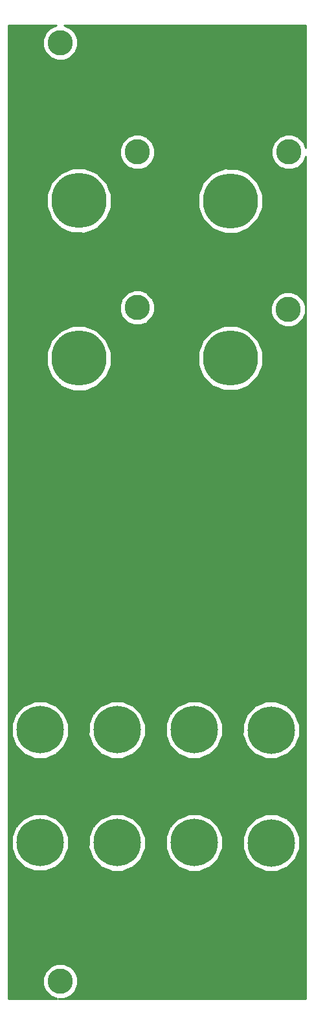
<source format=gbr>
%TF.GenerationSoftware,KiCad,Pcbnew,(5.0.1)-3*%
%TF.CreationDate,2020-04-22T23:21:00+01:00*%
%TF.ProjectId,panel,70616E656C2E6B696361645F70636200,rev?*%
%TF.SameCoordinates,Original*%
%TF.FileFunction,Copper,L2,Bot,Signal*%
%TF.FilePolarity,Positive*%
%FSLAX46Y46*%
G04 Gerber Fmt 4.6, Leading zero omitted, Abs format (unit mm)*
G04 Created by KiCad (PCBNEW (5.0.1)-3) date 22/04/2020 23:21:00*
%MOMM*%
%LPD*%
G01*
G04 APERTURE LIST*
%ADD10C,3.300000*%
%ADD11C,6.200000*%
%ADD12C,7.200000*%
%ADD13C,0.254000*%
G04 APERTURE END LIST*
D10*
X88550000Y-2090000D03*
X88560000Y-124610000D03*
X98590000Y-16370000D03*
X118400000Y-16370000D03*
X118350000Y-36920000D03*
X98580000Y-36690000D03*
D11*
X85900000Y-91810000D03*
X95960000Y-91810000D03*
X106040000Y-91810000D03*
X116110000Y-91820000D03*
X85890000Y-106530000D03*
X95960000Y-106540000D03*
X106040000Y-106540000D03*
X116120000Y-106550000D03*
D12*
X90980000Y-22720000D03*
X90970000Y-43300000D03*
X110780000Y-43290000D03*
X110780000Y-22730000D03*
D13*
G36*
X87285379Y-133334D02*
X87280443Y-142601D01*
X87255651Y-152870D01*
X86612870Y-795651D01*
X86602601Y-820443D01*
X86593334Y-825379D01*
X86432272Y-1231653D01*
X86265000Y-1635485D01*
X86265000Y-1653594D01*
X86258327Y-1670426D01*
X86265000Y-2107435D01*
X86265000Y-2544515D01*
X86271930Y-2561244D01*
X86272206Y-2579350D01*
X86593334Y-3354621D01*
X86602601Y-3359557D01*
X86612870Y-3384349D01*
X87255651Y-4027130D01*
X87280443Y-4037399D01*
X87285379Y-4046666D01*
X87691653Y-4207728D01*
X88095485Y-4375000D01*
X88113594Y-4375000D01*
X88130426Y-4381673D01*
X88567435Y-4375000D01*
X89004515Y-4375000D01*
X89021244Y-4368070D01*
X89039350Y-4367794D01*
X89814621Y-4046666D01*
X89819557Y-4037399D01*
X89844349Y-4027130D01*
X90487130Y-3384349D01*
X90497399Y-3359557D01*
X90506666Y-3354621D01*
X90667728Y-2948347D01*
X90835000Y-2544515D01*
X90835000Y-2526406D01*
X90841673Y-2509574D01*
X90835000Y-2072565D01*
X90835000Y-1635485D01*
X90828070Y-1618756D01*
X90827794Y-1600650D01*
X90506666Y-825379D01*
X90497399Y-820443D01*
X90487130Y-795651D01*
X89844349Y-152870D01*
X89819557Y-142601D01*
X89814621Y-133334D01*
X89408347Y27728D01*
X89040728Y180000D01*
X120650001Y180000D01*
X120650001Y-15813551D01*
X120356666Y-15105379D01*
X120347399Y-15100443D01*
X120337130Y-15075651D01*
X119694349Y-14432870D01*
X119669557Y-14422601D01*
X119664621Y-14413334D01*
X119258347Y-14252272D01*
X118854515Y-14085000D01*
X118836406Y-14085000D01*
X118819574Y-14078327D01*
X118382565Y-14085000D01*
X117945485Y-14085000D01*
X117928756Y-14091930D01*
X117910650Y-14092206D01*
X117135379Y-14413334D01*
X117130443Y-14422601D01*
X117105651Y-14432870D01*
X116462870Y-15075651D01*
X116452601Y-15100443D01*
X116443334Y-15105379D01*
X116282272Y-15511653D01*
X116115000Y-15915485D01*
X116115000Y-15933594D01*
X116108327Y-15950426D01*
X116115000Y-16387435D01*
X116115000Y-16824515D01*
X116121930Y-16841244D01*
X116122206Y-16859350D01*
X116443334Y-17634621D01*
X116452601Y-17639557D01*
X116462870Y-17664349D01*
X117105651Y-18307130D01*
X117130443Y-18317399D01*
X117135379Y-18326666D01*
X117541653Y-18487728D01*
X117945485Y-18655000D01*
X117963594Y-18655000D01*
X117980426Y-18661673D01*
X118417435Y-18655000D01*
X118854515Y-18655000D01*
X118871244Y-18648070D01*
X118889350Y-18647794D01*
X119664621Y-18326666D01*
X119669557Y-18317399D01*
X119694349Y-18307130D01*
X120337130Y-17664349D01*
X120347399Y-17639557D01*
X120356666Y-17634621D01*
X120517728Y-17228347D01*
X120650001Y-16909011D01*
X120650000Y-126900000D01*
X88249989Y-126900000D01*
X88577435Y-126895000D01*
X89014515Y-126895000D01*
X89031244Y-126888070D01*
X89049350Y-126887794D01*
X89824621Y-126566666D01*
X89829557Y-126557399D01*
X89854349Y-126547130D01*
X90497130Y-125904349D01*
X90507399Y-125879557D01*
X90516666Y-125874621D01*
X90677728Y-125468347D01*
X90845000Y-125064515D01*
X90845000Y-125046406D01*
X90851673Y-125029574D01*
X90845000Y-124592565D01*
X90845000Y-124155485D01*
X90838070Y-124138756D01*
X90837794Y-124120650D01*
X90516666Y-123345379D01*
X90507399Y-123340443D01*
X90497130Y-123315651D01*
X89854349Y-122672870D01*
X89829557Y-122662601D01*
X89824621Y-122653334D01*
X89418347Y-122492272D01*
X89014515Y-122325000D01*
X88996406Y-122325000D01*
X88979574Y-122318327D01*
X88542565Y-122325000D01*
X88105485Y-122325000D01*
X88088756Y-122331930D01*
X88070650Y-122332206D01*
X87295379Y-122653334D01*
X87290443Y-122662601D01*
X87265651Y-122672870D01*
X86622870Y-123315651D01*
X86612601Y-123340443D01*
X86603334Y-123345379D01*
X86442272Y-123751653D01*
X86275000Y-124155485D01*
X86275000Y-124173594D01*
X86268327Y-124190426D01*
X86275000Y-124627435D01*
X86275000Y-125064515D01*
X86281930Y-125081244D01*
X86282206Y-125099350D01*
X86603334Y-125874621D01*
X86612601Y-125879557D01*
X86622870Y-125904349D01*
X87265651Y-126547130D01*
X87290443Y-126557399D01*
X87295379Y-126566666D01*
X87701653Y-126727728D01*
X88105485Y-126895000D01*
X88123594Y-126895000D01*
X88136206Y-126900000D01*
X81770000Y-126900000D01*
X81770000Y-107250835D01*
X82150671Y-107250835D01*
X82155000Y-107261463D01*
X82155000Y-107272938D01*
X82435061Y-107949065D01*
X82711162Y-108626944D01*
X82723490Y-108645394D01*
X82723620Y-108645708D01*
X82723860Y-108645948D01*
X82736188Y-108664398D01*
X82758982Y-108681070D01*
X83738930Y-109661018D01*
X83755602Y-109683812D01*
X83766178Y-109688266D01*
X83774292Y-109696380D01*
X84450425Y-109976444D01*
X85124985Y-110260541D01*
X85136461Y-110260609D01*
X85147062Y-110265000D01*
X85878900Y-110265000D01*
X86610835Y-110269329D01*
X86621463Y-110265000D01*
X86632938Y-110265000D01*
X87309065Y-109984939D01*
X87986944Y-109708838D01*
X88005394Y-109696510D01*
X88005708Y-109696380D01*
X88005948Y-109696140D01*
X88024398Y-109683812D01*
X88041070Y-109661018D01*
X89021018Y-108681070D01*
X89043812Y-108664398D01*
X89048266Y-108653822D01*
X89056380Y-108645708D01*
X89336444Y-107969575D01*
X89620541Y-107295015D01*
X89620609Y-107283539D01*
X89625000Y-107272938D01*
X89625000Y-107260835D01*
X92220671Y-107260835D01*
X92225000Y-107271463D01*
X92225000Y-107282938D01*
X92505061Y-107959065D01*
X92781162Y-108636944D01*
X92793490Y-108655394D01*
X92793620Y-108655708D01*
X92793860Y-108655948D01*
X92806188Y-108674398D01*
X92828982Y-108691070D01*
X93808930Y-109671018D01*
X93825602Y-109693812D01*
X93836178Y-109698266D01*
X93844292Y-109706380D01*
X94520425Y-109986444D01*
X95194985Y-110270541D01*
X95206461Y-110270609D01*
X95217062Y-110275000D01*
X95948900Y-110275000D01*
X96680835Y-110279329D01*
X96691463Y-110275000D01*
X96702938Y-110275000D01*
X97379065Y-109994939D01*
X98056944Y-109718838D01*
X98075394Y-109706510D01*
X98075708Y-109706380D01*
X98075948Y-109706140D01*
X98094398Y-109693812D01*
X98111070Y-109671018D01*
X99091018Y-108691070D01*
X99113812Y-108674398D01*
X99118266Y-108663822D01*
X99126380Y-108655708D01*
X99406444Y-107979575D01*
X99690541Y-107305015D01*
X99690609Y-107293539D01*
X99695000Y-107282938D01*
X99695000Y-107260835D01*
X102300671Y-107260835D01*
X102305000Y-107271463D01*
X102305000Y-107282938D01*
X102585061Y-107959065D01*
X102861162Y-108636944D01*
X102873490Y-108655394D01*
X102873620Y-108655708D01*
X102873860Y-108655948D01*
X102886188Y-108674398D01*
X102908982Y-108691070D01*
X103888930Y-109671018D01*
X103905602Y-109693812D01*
X103916178Y-109698266D01*
X103924292Y-109706380D01*
X104600425Y-109986444D01*
X105274985Y-110270541D01*
X105286461Y-110270609D01*
X105297062Y-110275000D01*
X106028900Y-110275000D01*
X106760835Y-110279329D01*
X106771463Y-110275000D01*
X106782938Y-110275000D01*
X107459065Y-109994939D01*
X108136944Y-109718838D01*
X108155394Y-109706510D01*
X108155708Y-109706380D01*
X108155948Y-109706140D01*
X108174398Y-109693812D01*
X108191070Y-109671018D01*
X109171018Y-108691070D01*
X109193812Y-108674398D01*
X109198266Y-108663822D01*
X109206380Y-108655708D01*
X109486444Y-107979575D01*
X109770541Y-107305015D01*
X109770609Y-107293539D01*
X109775000Y-107282938D01*
X109775000Y-107270835D01*
X112380671Y-107270835D01*
X112385000Y-107281463D01*
X112385000Y-107292938D01*
X112665061Y-107969065D01*
X112941162Y-108646944D01*
X112953490Y-108665394D01*
X112953620Y-108665708D01*
X112953860Y-108665948D01*
X112966188Y-108684398D01*
X112988982Y-108701070D01*
X113968930Y-109681018D01*
X113985602Y-109703812D01*
X113996178Y-109708266D01*
X114004292Y-109716380D01*
X114680425Y-109996444D01*
X115354985Y-110280541D01*
X115366461Y-110280609D01*
X115377062Y-110285000D01*
X116108900Y-110285000D01*
X116840835Y-110289329D01*
X116851463Y-110285000D01*
X116862938Y-110285000D01*
X117539065Y-110004939D01*
X118216944Y-109728838D01*
X118235394Y-109716510D01*
X118235708Y-109716380D01*
X118235948Y-109716140D01*
X118254398Y-109703812D01*
X118271070Y-109681018D01*
X119251018Y-108701070D01*
X119273812Y-108684398D01*
X119278266Y-108673822D01*
X119286380Y-108665708D01*
X119566444Y-107989575D01*
X119850541Y-107315015D01*
X119850609Y-107303539D01*
X119855000Y-107292938D01*
X119855000Y-106561100D01*
X119859329Y-105829165D01*
X119855000Y-105818537D01*
X119855000Y-105807062D01*
X119574939Y-105130935D01*
X119298838Y-104453056D01*
X119286510Y-104434606D01*
X119286380Y-104434292D01*
X119286140Y-104434052D01*
X119273812Y-104415602D01*
X119251018Y-104398930D01*
X118271070Y-103418982D01*
X118254398Y-103396188D01*
X118243822Y-103391734D01*
X118235708Y-103383620D01*
X117559575Y-103103556D01*
X116885015Y-102819459D01*
X116873539Y-102819391D01*
X116862938Y-102815000D01*
X116131100Y-102815000D01*
X115399165Y-102810671D01*
X115388537Y-102815000D01*
X115377062Y-102815000D01*
X114700935Y-103095061D01*
X114023056Y-103371162D01*
X114004606Y-103383490D01*
X114004292Y-103383620D01*
X114004052Y-103383860D01*
X113985602Y-103396188D01*
X113968930Y-103418982D01*
X112988982Y-104398930D01*
X112966188Y-104415602D01*
X112961734Y-104426178D01*
X112953620Y-104434292D01*
X112673556Y-105110425D01*
X112389459Y-105784985D01*
X112389391Y-105796461D01*
X112385000Y-105807062D01*
X112385000Y-106538900D01*
X112380671Y-107270835D01*
X109775000Y-107270835D01*
X109775000Y-106551100D01*
X109779329Y-105819165D01*
X109775000Y-105808537D01*
X109775000Y-105797062D01*
X109494939Y-105120935D01*
X109218838Y-104443056D01*
X109206510Y-104424606D01*
X109206380Y-104424292D01*
X109206140Y-104424052D01*
X109193812Y-104405602D01*
X109171018Y-104388930D01*
X108191070Y-103408982D01*
X108174398Y-103386188D01*
X108163822Y-103381734D01*
X108155708Y-103373620D01*
X107479575Y-103093556D01*
X106805015Y-102809459D01*
X106793539Y-102809391D01*
X106782938Y-102805000D01*
X106051100Y-102805000D01*
X105319165Y-102800671D01*
X105308537Y-102805000D01*
X105297062Y-102805000D01*
X104620935Y-103085061D01*
X103943056Y-103361162D01*
X103924606Y-103373490D01*
X103924292Y-103373620D01*
X103924052Y-103373860D01*
X103905602Y-103386188D01*
X103888930Y-103408982D01*
X102908982Y-104388930D01*
X102886188Y-104405602D01*
X102881734Y-104416178D01*
X102873620Y-104424292D01*
X102593556Y-105100425D01*
X102309459Y-105774985D01*
X102309391Y-105786461D01*
X102305000Y-105797062D01*
X102305000Y-106528900D01*
X102300671Y-107260835D01*
X99695000Y-107260835D01*
X99695000Y-106551100D01*
X99699329Y-105819165D01*
X99695000Y-105808537D01*
X99695000Y-105797062D01*
X99414939Y-105120935D01*
X99138838Y-104443056D01*
X99126510Y-104424606D01*
X99126380Y-104424292D01*
X99126140Y-104424052D01*
X99113812Y-104405602D01*
X99091018Y-104388930D01*
X98111070Y-103408982D01*
X98094398Y-103386188D01*
X98083822Y-103381734D01*
X98075708Y-103373620D01*
X97399575Y-103093556D01*
X96725015Y-102809459D01*
X96713539Y-102809391D01*
X96702938Y-102805000D01*
X95971100Y-102805000D01*
X95239165Y-102800671D01*
X95228537Y-102805000D01*
X95217062Y-102805000D01*
X94540935Y-103085061D01*
X93863056Y-103361162D01*
X93844606Y-103373490D01*
X93844292Y-103373620D01*
X93844052Y-103373860D01*
X93825602Y-103386188D01*
X93808930Y-103408982D01*
X92828982Y-104388930D01*
X92806188Y-104405602D01*
X92801734Y-104416178D01*
X92793620Y-104424292D01*
X92513556Y-105100425D01*
X92229459Y-105774985D01*
X92229391Y-105786461D01*
X92225000Y-105797062D01*
X92225000Y-106528900D01*
X92220671Y-107260835D01*
X89625000Y-107260835D01*
X89625000Y-106541100D01*
X89629329Y-105809165D01*
X89625000Y-105798537D01*
X89625000Y-105787062D01*
X89344939Y-105110935D01*
X89068838Y-104433056D01*
X89056510Y-104414606D01*
X89056380Y-104414292D01*
X89056140Y-104414052D01*
X89043812Y-104395602D01*
X89021018Y-104378930D01*
X88041070Y-103398982D01*
X88024398Y-103376188D01*
X88013822Y-103371734D01*
X88005708Y-103363620D01*
X87329575Y-103083556D01*
X86655015Y-102799459D01*
X86643539Y-102799391D01*
X86632938Y-102795000D01*
X85901100Y-102795000D01*
X85169165Y-102790671D01*
X85158537Y-102795000D01*
X85147062Y-102795000D01*
X84470935Y-103075061D01*
X83793056Y-103351162D01*
X83774606Y-103363490D01*
X83774292Y-103363620D01*
X83774052Y-103363860D01*
X83755602Y-103376188D01*
X83738930Y-103398982D01*
X82758982Y-104378930D01*
X82736188Y-104395602D01*
X82731734Y-104406178D01*
X82723620Y-104414292D01*
X82443556Y-105090425D01*
X82159459Y-105764985D01*
X82159391Y-105776461D01*
X82155000Y-105787062D01*
X82155000Y-106518900D01*
X82150671Y-107250835D01*
X81770000Y-107250835D01*
X81770000Y-92530835D01*
X82160671Y-92530835D01*
X82165000Y-92541463D01*
X82165000Y-92552938D01*
X82445061Y-93229065D01*
X82721162Y-93906944D01*
X82733490Y-93925394D01*
X82733620Y-93925708D01*
X82733860Y-93925948D01*
X82746188Y-93944398D01*
X82768982Y-93961070D01*
X83748930Y-94941018D01*
X83765602Y-94963812D01*
X83776178Y-94968266D01*
X83784292Y-94976380D01*
X84460425Y-95256444D01*
X85134985Y-95540541D01*
X85146461Y-95540609D01*
X85157062Y-95545000D01*
X85888900Y-95545000D01*
X86620835Y-95549329D01*
X86631463Y-95545000D01*
X86642938Y-95545000D01*
X87319065Y-95264939D01*
X87996944Y-94988838D01*
X88015394Y-94976510D01*
X88015708Y-94976380D01*
X88015948Y-94976140D01*
X88034398Y-94963812D01*
X88051070Y-94941018D01*
X89031018Y-93961070D01*
X89053812Y-93944398D01*
X89058266Y-93933822D01*
X89066380Y-93925708D01*
X89346444Y-93249575D01*
X89630541Y-92575015D01*
X89630609Y-92563539D01*
X89635000Y-92552938D01*
X89635000Y-92530835D01*
X92220671Y-92530835D01*
X92225000Y-92541463D01*
X92225000Y-92552938D01*
X92505061Y-93229065D01*
X92781162Y-93906944D01*
X92793490Y-93925394D01*
X92793620Y-93925708D01*
X92793860Y-93925948D01*
X92806188Y-93944398D01*
X92828982Y-93961070D01*
X93808930Y-94941018D01*
X93825602Y-94963812D01*
X93836178Y-94968266D01*
X93844292Y-94976380D01*
X94520425Y-95256444D01*
X95194985Y-95540541D01*
X95206461Y-95540609D01*
X95217062Y-95545000D01*
X95948900Y-95545000D01*
X96680835Y-95549329D01*
X96691463Y-95545000D01*
X96702938Y-95545000D01*
X97379065Y-95264939D01*
X98056944Y-94988838D01*
X98075394Y-94976510D01*
X98075708Y-94976380D01*
X98075948Y-94976140D01*
X98094398Y-94963812D01*
X98111070Y-94941018D01*
X99091018Y-93961070D01*
X99113812Y-93944398D01*
X99118266Y-93933822D01*
X99126380Y-93925708D01*
X99406444Y-93249575D01*
X99690541Y-92575015D01*
X99690609Y-92563539D01*
X99695000Y-92552938D01*
X99695000Y-92530835D01*
X102300671Y-92530835D01*
X102305000Y-92541463D01*
X102305000Y-92552938D01*
X102585061Y-93229065D01*
X102861162Y-93906944D01*
X102873490Y-93925394D01*
X102873620Y-93925708D01*
X102873860Y-93925948D01*
X102886188Y-93944398D01*
X102908982Y-93961070D01*
X103888930Y-94941018D01*
X103905602Y-94963812D01*
X103916178Y-94968266D01*
X103924292Y-94976380D01*
X104600425Y-95256444D01*
X105274985Y-95540541D01*
X105286461Y-95540609D01*
X105297062Y-95545000D01*
X106028900Y-95545000D01*
X106760835Y-95549329D01*
X106771463Y-95545000D01*
X106782938Y-95545000D01*
X107459065Y-95264939D01*
X108136944Y-94988838D01*
X108155394Y-94976510D01*
X108155708Y-94976380D01*
X108155948Y-94976140D01*
X108174398Y-94963812D01*
X108191070Y-94941018D01*
X109171018Y-93961070D01*
X109193812Y-93944398D01*
X109198266Y-93933822D01*
X109206380Y-93925708D01*
X109486444Y-93249575D01*
X109770541Y-92575015D01*
X109770609Y-92563539D01*
X109775000Y-92552938D01*
X109775000Y-92540835D01*
X112370671Y-92540835D01*
X112375000Y-92551463D01*
X112375000Y-92562938D01*
X112655061Y-93239065D01*
X112931162Y-93916944D01*
X112943490Y-93935394D01*
X112943620Y-93935708D01*
X112943860Y-93935948D01*
X112956188Y-93954398D01*
X112978982Y-93971070D01*
X113958930Y-94951018D01*
X113975602Y-94973812D01*
X113986178Y-94978266D01*
X113994292Y-94986380D01*
X114670425Y-95266444D01*
X115344985Y-95550541D01*
X115356461Y-95550609D01*
X115367062Y-95555000D01*
X116098900Y-95555000D01*
X116830835Y-95559329D01*
X116841463Y-95555000D01*
X116852938Y-95555000D01*
X117529065Y-95274939D01*
X118206944Y-94998838D01*
X118225394Y-94986510D01*
X118225708Y-94986380D01*
X118225948Y-94986140D01*
X118244398Y-94973812D01*
X118261070Y-94951018D01*
X119241018Y-93971070D01*
X119263812Y-93954398D01*
X119268266Y-93943822D01*
X119276380Y-93935708D01*
X119556444Y-93259575D01*
X119840541Y-92585015D01*
X119840609Y-92573539D01*
X119845000Y-92562938D01*
X119845000Y-91831100D01*
X119849329Y-91099165D01*
X119845000Y-91088537D01*
X119845000Y-91077062D01*
X119564939Y-90400935D01*
X119288838Y-89723056D01*
X119276510Y-89704606D01*
X119276380Y-89704292D01*
X119276140Y-89704052D01*
X119263812Y-89685602D01*
X119241018Y-89668930D01*
X118261070Y-88688982D01*
X118244398Y-88666188D01*
X118233822Y-88661734D01*
X118225708Y-88653620D01*
X117549575Y-88373556D01*
X116875015Y-88089459D01*
X116863539Y-88089391D01*
X116852938Y-88085000D01*
X116121100Y-88085000D01*
X115389165Y-88080671D01*
X115378537Y-88085000D01*
X115367062Y-88085000D01*
X114690935Y-88365061D01*
X114013056Y-88641162D01*
X113994606Y-88653490D01*
X113994292Y-88653620D01*
X113994052Y-88653860D01*
X113975602Y-88666188D01*
X113958930Y-88688982D01*
X112978982Y-89668930D01*
X112956188Y-89685602D01*
X112951734Y-89696178D01*
X112943620Y-89704292D01*
X112663556Y-90380425D01*
X112379459Y-91054985D01*
X112379391Y-91066461D01*
X112375000Y-91077062D01*
X112375000Y-91808900D01*
X112370671Y-92540835D01*
X109775000Y-92540835D01*
X109775000Y-91821100D01*
X109779329Y-91089165D01*
X109775000Y-91078537D01*
X109775000Y-91067062D01*
X109494939Y-90390935D01*
X109218838Y-89713056D01*
X109206510Y-89694606D01*
X109206380Y-89694292D01*
X109206140Y-89694052D01*
X109193812Y-89675602D01*
X109171018Y-89658930D01*
X108191070Y-88678982D01*
X108174398Y-88656188D01*
X108163822Y-88651734D01*
X108155708Y-88643620D01*
X107479575Y-88363556D01*
X106805015Y-88079459D01*
X106793539Y-88079391D01*
X106782938Y-88075000D01*
X106051100Y-88075000D01*
X105319165Y-88070671D01*
X105308537Y-88075000D01*
X105297062Y-88075000D01*
X104620935Y-88355061D01*
X103943056Y-88631162D01*
X103924606Y-88643490D01*
X103924292Y-88643620D01*
X103924052Y-88643860D01*
X103905602Y-88656188D01*
X103888930Y-88678982D01*
X102908982Y-89658930D01*
X102886188Y-89675602D01*
X102881734Y-89686178D01*
X102873620Y-89694292D01*
X102593556Y-90370425D01*
X102309459Y-91044985D01*
X102309391Y-91056461D01*
X102305000Y-91067062D01*
X102305000Y-91798900D01*
X102300671Y-92530835D01*
X99695000Y-92530835D01*
X99695000Y-91821100D01*
X99699329Y-91089165D01*
X99695000Y-91078537D01*
X99695000Y-91067062D01*
X99414939Y-90390935D01*
X99138838Y-89713056D01*
X99126510Y-89694606D01*
X99126380Y-89694292D01*
X99126140Y-89694052D01*
X99113812Y-89675602D01*
X99091018Y-89658930D01*
X98111070Y-88678982D01*
X98094398Y-88656188D01*
X98083822Y-88651734D01*
X98075708Y-88643620D01*
X97399575Y-88363556D01*
X96725015Y-88079459D01*
X96713539Y-88079391D01*
X96702938Y-88075000D01*
X95971100Y-88075000D01*
X95239165Y-88070671D01*
X95228537Y-88075000D01*
X95217062Y-88075000D01*
X94540935Y-88355061D01*
X93863056Y-88631162D01*
X93844606Y-88643490D01*
X93844292Y-88643620D01*
X93844052Y-88643860D01*
X93825602Y-88656188D01*
X93808930Y-88678982D01*
X92828982Y-89658930D01*
X92806188Y-89675602D01*
X92801734Y-89686178D01*
X92793620Y-89694292D01*
X92513556Y-90370425D01*
X92229459Y-91044985D01*
X92229391Y-91056461D01*
X92225000Y-91067062D01*
X92225000Y-91798900D01*
X92220671Y-92530835D01*
X89635000Y-92530835D01*
X89635000Y-91821100D01*
X89639329Y-91089165D01*
X89635000Y-91078537D01*
X89635000Y-91067062D01*
X89354939Y-90390935D01*
X89078838Y-89713056D01*
X89066510Y-89694606D01*
X89066380Y-89694292D01*
X89066140Y-89694052D01*
X89053812Y-89675602D01*
X89031018Y-89658930D01*
X88051070Y-88678982D01*
X88034398Y-88656188D01*
X88023822Y-88651734D01*
X88015708Y-88643620D01*
X87339575Y-88363556D01*
X86665015Y-88079459D01*
X86653539Y-88079391D01*
X86642938Y-88075000D01*
X85911100Y-88075000D01*
X85179165Y-88070671D01*
X85168537Y-88075000D01*
X85157062Y-88075000D01*
X84480935Y-88355061D01*
X83803056Y-88631162D01*
X83784606Y-88643490D01*
X83784292Y-88643620D01*
X83784052Y-88643860D01*
X83765602Y-88656188D01*
X83748930Y-88678982D01*
X82768982Y-89658930D01*
X82746188Y-89675602D01*
X82741734Y-89686178D01*
X82733620Y-89694292D01*
X82453556Y-90370425D01*
X82169459Y-91044985D01*
X82169391Y-91056461D01*
X82165000Y-91067062D01*
X82165000Y-91798900D01*
X82160671Y-92530835D01*
X81770000Y-92530835D01*
X81770000Y-44100623D01*
X86726905Y-44100623D01*
X86735000Y-44120724D01*
X86735000Y-44142394D01*
X87049405Y-44901436D01*
X87356277Y-45663441D01*
X87379327Y-45697938D01*
X87379740Y-45698935D01*
X87380503Y-45699698D01*
X87403553Y-45734195D01*
X87454204Y-45773399D01*
X88496601Y-46815796D01*
X88535805Y-46866447D01*
X88555741Y-46874936D01*
X88571065Y-46890260D01*
X89330129Y-47204674D01*
X90085917Y-47526493D01*
X90107584Y-47526707D01*
X90127606Y-47535000D01*
X90949174Y-47535000D01*
X91770623Y-47543095D01*
X91790724Y-47535000D01*
X91812394Y-47535000D01*
X92571436Y-47220595D01*
X93333441Y-46913723D01*
X93367938Y-46890673D01*
X93368935Y-46890260D01*
X93369698Y-46889497D01*
X93404195Y-46866447D01*
X93443399Y-46815796D01*
X94485796Y-45773399D01*
X94536447Y-45734195D01*
X94544936Y-45714259D01*
X94560260Y-45698935D01*
X94874674Y-44939871D01*
X95196493Y-44184083D01*
X95196707Y-44162416D01*
X95205000Y-44142394D01*
X95205000Y-44090623D01*
X106536905Y-44090623D01*
X106545000Y-44110724D01*
X106545000Y-44132394D01*
X106859405Y-44891436D01*
X107166277Y-45653441D01*
X107189327Y-45687938D01*
X107189740Y-45688935D01*
X107190503Y-45689698D01*
X107213553Y-45724195D01*
X107264204Y-45763399D01*
X108306601Y-46805796D01*
X108345805Y-46856447D01*
X108365741Y-46864936D01*
X108381065Y-46880260D01*
X109140129Y-47194674D01*
X109895917Y-47516493D01*
X109917584Y-47516707D01*
X109937606Y-47525000D01*
X110759174Y-47525000D01*
X111580623Y-47533095D01*
X111600724Y-47525000D01*
X111622394Y-47525000D01*
X112381436Y-47210595D01*
X113143441Y-46903723D01*
X113177938Y-46880673D01*
X113178935Y-46880260D01*
X113179698Y-46879497D01*
X113214195Y-46856447D01*
X113253399Y-46805796D01*
X114295796Y-45763399D01*
X114346447Y-45724195D01*
X114354936Y-45704259D01*
X114370260Y-45688935D01*
X114684674Y-44929871D01*
X115006493Y-44174083D01*
X115006707Y-44152416D01*
X115015000Y-44132394D01*
X115015000Y-43310826D01*
X115023095Y-42489377D01*
X115015000Y-42469276D01*
X115015000Y-42447606D01*
X114700595Y-41688564D01*
X114393723Y-40926559D01*
X114370673Y-40892062D01*
X114370260Y-40891065D01*
X114369497Y-40890302D01*
X114346447Y-40855805D01*
X114295796Y-40816601D01*
X113253399Y-39774204D01*
X113214195Y-39723553D01*
X113194259Y-39715064D01*
X113178935Y-39699740D01*
X112419871Y-39385326D01*
X111664083Y-39063507D01*
X111642416Y-39063293D01*
X111622394Y-39055000D01*
X110800826Y-39055000D01*
X109979377Y-39046905D01*
X109959276Y-39055000D01*
X109937606Y-39055000D01*
X109178564Y-39369405D01*
X108416559Y-39676277D01*
X108382062Y-39699327D01*
X108381065Y-39699740D01*
X108380302Y-39700503D01*
X108345805Y-39723553D01*
X108306601Y-39774204D01*
X107264204Y-40816601D01*
X107213553Y-40855805D01*
X107205064Y-40875741D01*
X107189740Y-40891065D01*
X106875326Y-41650129D01*
X106553507Y-42405917D01*
X106553293Y-42427584D01*
X106545000Y-42447606D01*
X106545000Y-43269174D01*
X106536905Y-44090623D01*
X95205000Y-44090623D01*
X95205000Y-43320826D01*
X95213095Y-42499377D01*
X95205000Y-42479276D01*
X95205000Y-42457606D01*
X94890595Y-41698564D01*
X94583723Y-40936559D01*
X94560673Y-40902062D01*
X94560260Y-40901065D01*
X94559497Y-40900302D01*
X94536447Y-40865805D01*
X94485796Y-40826601D01*
X93443399Y-39784204D01*
X93404195Y-39733553D01*
X93384259Y-39725064D01*
X93368935Y-39709740D01*
X92609871Y-39395326D01*
X91854083Y-39073507D01*
X91832416Y-39073293D01*
X91812394Y-39065000D01*
X90990826Y-39065000D01*
X90169377Y-39056905D01*
X90149276Y-39065000D01*
X90127606Y-39065000D01*
X89368564Y-39379405D01*
X88606559Y-39686277D01*
X88572062Y-39709327D01*
X88571065Y-39709740D01*
X88570302Y-39710503D01*
X88535805Y-39733553D01*
X88496601Y-39784204D01*
X87454204Y-40826601D01*
X87403553Y-40865805D01*
X87395064Y-40885741D01*
X87379740Y-40901065D01*
X87065326Y-41660129D01*
X86743507Y-42415917D01*
X86743293Y-42437584D01*
X86735000Y-42457606D01*
X86735000Y-43279174D01*
X86726905Y-44100623D01*
X81770000Y-44100623D01*
X81770000Y-36270426D01*
X96288327Y-36270426D01*
X96295000Y-36707435D01*
X96295000Y-37144515D01*
X96301930Y-37161244D01*
X96302206Y-37179350D01*
X96623334Y-37954621D01*
X96632601Y-37959557D01*
X96642870Y-37984349D01*
X97285651Y-38627130D01*
X97310443Y-38637399D01*
X97315379Y-38646666D01*
X97721653Y-38807728D01*
X98125485Y-38975000D01*
X98143594Y-38975000D01*
X98160426Y-38981673D01*
X98597435Y-38975000D01*
X99034515Y-38975000D01*
X99051244Y-38968070D01*
X99069350Y-38967794D01*
X99844621Y-38646666D01*
X99849557Y-38637399D01*
X99874349Y-38627130D01*
X100517130Y-37984349D01*
X100527399Y-37959557D01*
X100536666Y-37954621D01*
X100697728Y-37548347D01*
X100865000Y-37144515D01*
X100865000Y-37126406D01*
X100871673Y-37109574D01*
X100865000Y-36672565D01*
X100865000Y-36500426D01*
X116058327Y-36500426D01*
X116065000Y-36937435D01*
X116065000Y-37374515D01*
X116071930Y-37391244D01*
X116072206Y-37409350D01*
X116393334Y-38184621D01*
X116402601Y-38189557D01*
X116412870Y-38214349D01*
X117055651Y-38857130D01*
X117080443Y-38867399D01*
X117085379Y-38876666D01*
X117491653Y-39037728D01*
X117895485Y-39205000D01*
X117913594Y-39205000D01*
X117930426Y-39211673D01*
X118367435Y-39205000D01*
X118804515Y-39205000D01*
X118821244Y-39198070D01*
X118839350Y-39197794D01*
X119614621Y-38876666D01*
X119619557Y-38867399D01*
X119644349Y-38857130D01*
X120287130Y-38214349D01*
X120297399Y-38189557D01*
X120306666Y-38184621D01*
X120467728Y-37778347D01*
X120635000Y-37374515D01*
X120635000Y-37356406D01*
X120641673Y-37339574D01*
X120635000Y-36902565D01*
X120635000Y-36465485D01*
X120628070Y-36448756D01*
X120627794Y-36430650D01*
X120306666Y-35655379D01*
X120297399Y-35650443D01*
X120287130Y-35625651D01*
X119644349Y-34982870D01*
X119619557Y-34972601D01*
X119614621Y-34963334D01*
X119208347Y-34802272D01*
X118804515Y-34635000D01*
X118786406Y-34635000D01*
X118769574Y-34628327D01*
X118332565Y-34635000D01*
X117895485Y-34635000D01*
X117878756Y-34641930D01*
X117860650Y-34642206D01*
X117085379Y-34963334D01*
X117080443Y-34972601D01*
X117055651Y-34982870D01*
X116412870Y-35625651D01*
X116402601Y-35650443D01*
X116393334Y-35655379D01*
X116232272Y-36061653D01*
X116065000Y-36465485D01*
X116065000Y-36483594D01*
X116058327Y-36500426D01*
X100865000Y-36500426D01*
X100865000Y-36235485D01*
X100858070Y-36218756D01*
X100857794Y-36200650D01*
X100536666Y-35425379D01*
X100527399Y-35420443D01*
X100517130Y-35395651D01*
X99874349Y-34752870D01*
X99849557Y-34742601D01*
X99844621Y-34733334D01*
X99438347Y-34572272D01*
X99034515Y-34405000D01*
X99016406Y-34405000D01*
X98999574Y-34398327D01*
X98562565Y-34405000D01*
X98125485Y-34405000D01*
X98108756Y-34411930D01*
X98090650Y-34412206D01*
X97315379Y-34733334D01*
X97310443Y-34742601D01*
X97285651Y-34752870D01*
X96642870Y-35395651D01*
X96632601Y-35420443D01*
X96623334Y-35425379D01*
X96462272Y-35831653D01*
X96295000Y-36235485D01*
X96295000Y-36253594D01*
X96288327Y-36270426D01*
X81770000Y-36270426D01*
X81770000Y-23520623D01*
X86736905Y-23520623D01*
X86745000Y-23540724D01*
X86745000Y-23562394D01*
X87059405Y-24321436D01*
X87366277Y-25083441D01*
X87389327Y-25117938D01*
X87389740Y-25118935D01*
X87390503Y-25119698D01*
X87413553Y-25154195D01*
X87464204Y-25193399D01*
X88506601Y-26235796D01*
X88545805Y-26286447D01*
X88565741Y-26294936D01*
X88581065Y-26310260D01*
X89340129Y-26624674D01*
X90095917Y-26946493D01*
X90117584Y-26946707D01*
X90137606Y-26955000D01*
X90959174Y-26955000D01*
X91780623Y-26963095D01*
X91800724Y-26955000D01*
X91822394Y-26955000D01*
X92581436Y-26640595D01*
X93343441Y-26333723D01*
X93377938Y-26310673D01*
X93378935Y-26310260D01*
X93379698Y-26309497D01*
X93414195Y-26286447D01*
X93453399Y-26235796D01*
X94495796Y-25193399D01*
X94546447Y-25154195D01*
X94554936Y-25134259D01*
X94570260Y-25118935D01*
X94884674Y-24359871D01*
X95206493Y-23604083D01*
X95206707Y-23582416D01*
X95215000Y-23562394D01*
X95215000Y-23530623D01*
X106536905Y-23530623D01*
X106545000Y-23550724D01*
X106545000Y-23572394D01*
X106859405Y-24331436D01*
X107166277Y-25093441D01*
X107189327Y-25127938D01*
X107189740Y-25128935D01*
X107190503Y-25129698D01*
X107213553Y-25164195D01*
X107264204Y-25203399D01*
X108306601Y-26245796D01*
X108345805Y-26296447D01*
X108365741Y-26304936D01*
X108381065Y-26320260D01*
X109140129Y-26634674D01*
X109895917Y-26956493D01*
X109917584Y-26956707D01*
X109937606Y-26965000D01*
X110759174Y-26965000D01*
X111580623Y-26973095D01*
X111600724Y-26965000D01*
X111622394Y-26965000D01*
X112381436Y-26650595D01*
X113143441Y-26343723D01*
X113177938Y-26320673D01*
X113178935Y-26320260D01*
X113179698Y-26319497D01*
X113214195Y-26296447D01*
X113253399Y-26245796D01*
X114295796Y-25203399D01*
X114346447Y-25164195D01*
X114354936Y-25144259D01*
X114370260Y-25128935D01*
X114684674Y-24369871D01*
X115006493Y-23614083D01*
X115006707Y-23592416D01*
X115015000Y-23572394D01*
X115015000Y-22750826D01*
X115023095Y-21929377D01*
X115015000Y-21909276D01*
X115015000Y-21887606D01*
X114700595Y-21128564D01*
X114393723Y-20366559D01*
X114370673Y-20332062D01*
X114370260Y-20331065D01*
X114369497Y-20330302D01*
X114346447Y-20295805D01*
X114295796Y-20256601D01*
X113253399Y-19214204D01*
X113214195Y-19163553D01*
X113194259Y-19155064D01*
X113178935Y-19139740D01*
X112419871Y-18825326D01*
X111664083Y-18503507D01*
X111642416Y-18503293D01*
X111622394Y-18495000D01*
X110800826Y-18495000D01*
X109979377Y-18486905D01*
X109959276Y-18495000D01*
X109937606Y-18495000D01*
X109178564Y-18809405D01*
X108416559Y-19116277D01*
X108382062Y-19139327D01*
X108381065Y-19139740D01*
X108380302Y-19140503D01*
X108345805Y-19163553D01*
X108306601Y-19214204D01*
X107264204Y-20256601D01*
X107213553Y-20295805D01*
X107205064Y-20315741D01*
X107189740Y-20331065D01*
X106875326Y-21090129D01*
X106553507Y-21845917D01*
X106553293Y-21867584D01*
X106545000Y-21887606D01*
X106545000Y-22709174D01*
X106536905Y-23530623D01*
X95215000Y-23530623D01*
X95215000Y-22740826D01*
X95223095Y-21919377D01*
X95215000Y-21899276D01*
X95215000Y-21877606D01*
X94900595Y-21118564D01*
X94593723Y-20356559D01*
X94570673Y-20322062D01*
X94570260Y-20321065D01*
X94569497Y-20320302D01*
X94546447Y-20285805D01*
X94495796Y-20246601D01*
X93453399Y-19204204D01*
X93414195Y-19153553D01*
X93394259Y-19145064D01*
X93378935Y-19129740D01*
X92619871Y-18815326D01*
X91864083Y-18493507D01*
X91842416Y-18493293D01*
X91822394Y-18485000D01*
X91000826Y-18485000D01*
X90179377Y-18476905D01*
X90159276Y-18485000D01*
X90137606Y-18485000D01*
X89378564Y-18799405D01*
X88616559Y-19106277D01*
X88582062Y-19129327D01*
X88581065Y-19129740D01*
X88580302Y-19130503D01*
X88545805Y-19153553D01*
X88506601Y-19204204D01*
X87464204Y-20246601D01*
X87413553Y-20285805D01*
X87405064Y-20305741D01*
X87389740Y-20321065D01*
X87075326Y-21080129D01*
X86753507Y-21835917D01*
X86753293Y-21857584D01*
X86745000Y-21877606D01*
X86745000Y-22699174D01*
X86736905Y-23520623D01*
X81770000Y-23520623D01*
X81770000Y-15950426D01*
X96298327Y-15950426D01*
X96305000Y-16387435D01*
X96305000Y-16824515D01*
X96311930Y-16841244D01*
X96312206Y-16859350D01*
X96633334Y-17634621D01*
X96642601Y-17639557D01*
X96652870Y-17664349D01*
X97295651Y-18307130D01*
X97320443Y-18317399D01*
X97325379Y-18326666D01*
X97731653Y-18487728D01*
X98135485Y-18655000D01*
X98153594Y-18655000D01*
X98170426Y-18661673D01*
X98607435Y-18655000D01*
X99044515Y-18655000D01*
X99061244Y-18648070D01*
X99079350Y-18647794D01*
X99854621Y-18326666D01*
X99859557Y-18317399D01*
X99884349Y-18307130D01*
X100527130Y-17664349D01*
X100537399Y-17639557D01*
X100546666Y-17634621D01*
X100707728Y-17228347D01*
X100875000Y-16824515D01*
X100875000Y-16806406D01*
X100881673Y-16789574D01*
X100875000Y-16352565D01*
X100875000Y-15915485D01*
X100868070Y-15898756D01*
X100867794Y-15880650D01*
X100546666Y-15105379D01*
X100537399Y-15100443D01*
X100527130Y-15075651D01*
X99884349Y-14432870D01*
X99859557Y-14422601D01*
X99854621Y-14413334D01*
X99448347Y-14252272D01*
X99044515Y-14085000D01*
X99026406Y-14085000D01*
X99009574Y-14078327D01*
X98572565Y-14085000D01*
X98135485Y-14085000D01*
X98118756Y-14091930D01*
X98100650Y-14092206D01*
X97325379Y-14413334D01*
X97320443Y-14422601D01*
X97295651Y-14432870D01*
X96652870Y-15075651D01*
X96642601Y-15100443D01*
X96633334Y-15105379D01*
X96472272Y-15511653D01*
X96305000Y-15915485D01*
X96305000Y-15933594D01*
X96298327Y-15950426D01*
X81770000Y-15950426D01*
X81770000Y180000D01*
X88041834Y180000D01*
X87285379Y-133334D01*
X87285379Y-133334D01*
G37*
X87285379Y-133334D02*
X87280443Y-142601D01*
X87255651Y-152870D01*
X86612870Y-795651D01*
X86602601Y-820443D01*
X86593334Y-825379D01*
X86432272Y-1231653D01*
X86265000Y-1635485D01*
X86265000Y-1653594D01*
X86258327Y-1670426D01*
X86265000Y-2107435D01*
X86265000Y-2544515D01*
X86271930Y-2561244D01*
X86272206Y-2579350D01*
X86593334Y-3354621D01*
X86602601Y-3359557D01*
X86612870Y-3384349D01*
X87255651Y-4027130D01*
X87280443Y-4037399D01*
X87285379Y-4046666D01*
X87691653Y-4207728D01*
X88095485Y-4375000D01*
X88113594Y-4375000D01*
X88130426Y-4381673D01*
X88567435Y-4375000D01*
X89004515Y-4375000D01*
X89021244Y-4368070D01*
X89039350Y-4367794D01*
X89814621Y-4046666D01*
X89819557Y-4037399D01*
X89844349Y-4027130D01*
X90487130Y-3384349D01*
X90497399Y-3359557D01*
X90506666Y-3354621D01*
X90667728Y-2948347D01*
X90835000Y-2544515D01*
X90835000Y-2526406D01*
X90841673Y-2509574D01*
X90835000Y-2072565D01*
X90835000Y-1635485D01*
X90828070Y-1618756D01*
X90827794Y-1600650D01*
X90506666Y-825379D01*
X90497399Y-820443D01*
X90487130Y-795651D01*
X89844349Y-152870D01*
X89819557Y-142601D01*
X89814621Y-133334D01*
X89408347Y27728D01*
X89040728Y180000D01*
X120650001Y180000D01*
X120650001Y-15813551D01*
X120356666Y-15105379D01*
X120347399Y-15100443D01*
X120337130Y-15075651D01*
X119694349Y-14432870D01*
X119669557Y-14422601D01*
X119664621Y-14413334D01*
X119258347Y-14252272D01*
X118854515Y-14085000D01*
X118836406Y-14085000D01*
X118819574Y-14078327D01*
X118382565Y-14085000D01*
X117945485Y-14085000D01*
X117928756Y-14091930D01*
X117910650Y-14092206D01*
X117135379Y-14413334D01*
X117130443Y-14422601D01*
X117105651Y-14432870D01*
X116462870Y-15075651D01*
X116452601Y-15100443D01*
X116443334Y-15105379D01*
X116282272Y-15511653D01*
X116115000Y-15915485D01*
X116115000Y-15933594D01*
X116108327Y-15950426D01*
X116115000Y-16387435D01*
X116115000Y-16824515D01*
X116121930Y-16841244D01*
X116122206Y-16859350D01*
X116443334Y-17634621D01*
X116452601Y-17639557D01*
X116462870Y-17664349D01*
X117105651Y-18307130D01*
X117130443Y-18317399D01*
X117135379Y-18326666D01*
X117541653Y-18487728D01*
X117945485Y-18655000D01*
X117963594Y-18655000D01*
X117980426Y-18661673D01*
X118417435Y-18655000D01*
X118854515Y-18655000D01*
X118871244Y-18648070D01*
X118889350Y-18647794D01*
X119664621Y-18326666D01*
X119669557Y-18317399D01*
X119694349Y-18307130D01*
X120337130Y-17664349D01*
X120347399Y-17639557D01*
X120356666Y-17634621D01*
X120517728Y-17228347D01*
X120650001Y-16909011D01*
X120650000Y-126900000D01*
X88249989Y-126900000D01*
X88577435Y-126895000D01*
X89014515Y-126895000D01*
X89031244Y-126888070D01*
X89049350Y-126887794D01*
X89824621Y-126566666D01*
X89829557Y-126557399D01*
X89854349Y-126547130D01*
X90497130Y-125904349D01*
X90507399Y-125879557D01*
X90516666Y-125874621D01*
X90677728Y-125468347D01*
X90845000Y-125064515D01*
X90845000Y-125046406D01*
X90851673Y-125029574D01*
X90845000Y-124592565D01*
X90845000Y-124155485D01*
X90838070Y-124138756D01*
X90837794Y-124120650D01*
X90516666Y-123345379D01*
X90507399Y-123340443D01*
X90497130Y-123315651D01*
X89854349Y-122672870D01*
X89829557Y-122662601D01*
X89824621Y-122653334D01*
X89418347Y-122492272D01*
X89014515Y-122325000D01*
X88996406Y-122325000D01*
X88979574Y-122318327D01*
X88542565Y-122325000D01*
X88105485Y-122325000D01*
X88088756Y-122331930D01*
X88070650Y-122332206D01*
X87295379Y-122653334D01*
X87290443Y-122662601D01*
X87265651Y-122672870D01*
X86622870Y-123315651D01*
X86612601Y-123340443D01*
X86603334Y-123345379D01*
X86442272Y-123751653D01*
X86275000Y-124155485D01*
X86275000Y-124173594D01*
X86268327Y-124190426D01*
X86275000Y-124627435D01*
X86275000Y-125064515D01*
X86281930Y-125081244D01*
X86282206Y-125099350D01*
X86603334Y-125874621D01*
X86612601Y-125879557D01*
X86622870Y-125904349D01*
X87265651Y-126547130D01*
X87290443Y-126557399D01*
X87295379Y-126566666D01*
X87701653Y-126727728D01*
X88105485Y-126895000D01*
X88123594Y-126895000D01*
X88136206Y-126900000D01*
X81770000Y-126900000D01*
X81770000Y-107250835D01*
X82150671Y-107250835D01*
X82155000Y-107261463D01*
X82155000Y-107272938D01*
X82435061Y-107949065D01*
X82711162Y-108626944D01*
X82723490Y-108645394D01*
X82723620Y-108645708D01*
X82723860Y-108645948D01*
X82736188Y-108664398D01*
X82758982Y-108681070D01*
X83738930Y-109661018D01*
X83755602Y-109683812D01*
X83766178Y-109688266D01*
X83774292Y-109696380D01*
X84450425Y-109976444D01*
X85124985Y-110260541D01*
X85136461Y-110260609D01*
X85147062Y-110265000D01*
X85878900Y-110265000D01*
X86610835Y-110269329D01*
X86621463Y-110265000D01*
X86632938Y-110265000D01*
X87309065Y-109984939D01*
X87986944Y-109708838D01*
X88005394Y-109696510D01*
X88005708Y-109696380D01*
X88005948Y-109696140D01*
X88024398Y-109683812D01*
X88041070Y-109661018D01*
X89021018Y-108681070D01*
X89043812Y-108664398D01*
X89048266Y-108653822D01*
X89056380Y-108645708D01*
X89336444Y-107969575D01*
X89620541Y-107295015D01*
X89620609Y-107283539D01*
X89625000Y-107272938D01*
X89625000Y-107260835D01*
X92220671Y-107260835D01*
X92225000Y-107271463D01*
X92225000Y-107282938D01*
X92505061Y-107959065D01*
X92781162Y-108636944D01*
X92793490Y-108655394D01*
X92793620Y-108655708D01*
X92793860Y-108655948D01*
X92806188Y-108674398D01*
X92828982Y-108691070D01*
X93808930Y-109671018D01*
X93825602Y-109693812D01*
X93836178Y-109698266D01*
X93844292Y-109706380D01*
X94520425Y-109986444D01*
X95194985Y-110270541D01*
X95206461Y-110270609D01*
X95217062Y-110275000D01*
X95948900Y-110275000D01*
X96680835Y-110279329D01*
X96691463Y-110275000D01*
X96702938Y-110275000D01*
X97379065Y-109994939D01*
X98056944Y-109718838D01*
X98075394Y-109706510D01*
X98075708Y-109706380D01*
X98075948Y-109706140D01*
X98094398Y-109693812D01*
X98111070Y-109671018D01*
X99091018Y-108691070D01*
X99113812Y-108674398D01*
X99118266Y-108663822D01*
X99126380Y-108655708D01*
X99406444Y-107979575D01*
X99690541Y-107305015D01*
X99690609Y-107293539D01*
X99695000Y-107282938D01*
X99695000Y-107260835D01*
X102300671Y-107260835D01*
X102305000Y-107271463D01*
X102305000Y-107282938D01*
X102585061Y-107959065D01*
X102861162Y-108636944D01*
X102873490Y-108655394D01*
X102873620Y-108655708D01*
X102873860Y-108655948D01*
X102886188Y-108674398D01*
X102908982Y-108691070D01*
X103888930Y-109671018D01*
X103905602Y-109693812D01*
X103916178Y-109698266D01*
X103924292Y-109706380D01*
X104600425Y-109986444D01*
X105274985Y-110270541D01*
X105286461Y-110270609D01*
X105297062Y-110275000D01*
X106028900Y-110275000D01*
X106760835Y-110279329D01*
X106771463Y-110275000D01*
X106782938Y-110275000D01*
X107459065Y-109994939D01*
X108136944Y-109718838D01*
X108155394Y-109706510D01*
X108155708Y-109706380D01*
X108155948Y-109706140D01*
X108174398Y-109693812D01*
X108191070Y-109671018D01*
X109171018Y-108691070D01*
X109193812Y-108674398D01*
X109198266Y-108663822D01*
X109206380Y-108655708D01*
X109486444Y-107979575D01*
X109770541Y-107305015D01*
X109770609Y-107293539D01*
X109775000Y-107282938D01*
X109775000Y-107270835D01*
X112380671Y-107270835D01*
X112385000Y-107281463D01*
X112385000Y-107292938D01*
X112665061Y-107969065D01*
X112941162Y-108646944D01*
X112953490Y-108665394D01*
X112953620Y-108665708D01*
X112953860Y-108665948D01*
X112966188Y-108684398D01*
X112988982Y-108701070D01*
X113968930Y-109681018D01*
X113985602Y-109703812D01*
X113996178Y-109708266D01*
X114004292Y-109716380D01*
X114680425Y-109996444D01*
X115354985Y-110280541D01*
X115366461Y-110280609D01*
X115377062Y-110285000D01*
X116108900Y-110285000D01*
X116840835Y-110289329D01*
X116851463Y-110285000D01*
X116862938Y-110285000D01*
X117539065Y-110004939D01*
X118216944Y-109728838D01*
X118235394Y-109716510D01*
X118235708Y-109716380D01*
X118235948Y-109716140D01*
X118254398Y-109703812D01*
X118271070Y-109681018D01*
X119251018Y-108701070D01*
X119273812Y-108684398D01*
X119278266Y-108673822D01*
X119286380Y-108665708D01*
X119566444Y-107989575D01*
X119850541Y-107315015D01*
X119850609Y-107303539D01*
X119855000Y-107292938D01*
X119855000Y-106561100D01*
X119859329Y-105829165D01*
X119855000Y-105818537D01*
X119855000Y-105807062D01*
X119574939Y-105130935D01*
X119298838Y-104453056D01*
X119286510Y-104434606D01*
X119286380Y-104434292D01*
X119286140Y-104434052D01*
X119273812Y-104415602D01*
X119251018Y-104398930D01*
X118271070Y-103418982D01*
X118254398Y-103396188D01*
X118243822Y-103391734D01*
X118235708Y-103383620D01*
X117559575Y-103103556D01*
X116885015Y-102819459D01*
X116873539Y-102819391D01*
X116862938Y-102815000D01*
X116131100Y-102815000D01*
X115399165Y-102810671D01*
X115388537Y-102815000D01*
X115377062Y-102815000D01*
X114700935Y-103095061D01*
X114023056Y-103371162D01*
X114004606Y-103383490D01*
X114004292Y-103383620D01*
X114004052Y-103383860D01*
X113985602Y-103396188D01*
X113968930Y-103418982D01*
X112988982Y-104398930D01*
X112966188Y-104415602D01*
X112961734Y-104426178D01*
X112953620Y-104434292D01*
X112673556Y-105110425D01*
X112389459Y-105784985D01*
X112389391Y-105796461D01*
X112385000Y-105807062D01*
X112385000Y-106538900D01*
X112380671Y-107270835D01*
X109775000Y-107270835D01*
X109775000Y-106551100D01*
X109779329Y-105819165D01*
X109775000Y-105808537D01*
X109775000Y-105797062D01*
X109494939Y-105120935D01*
X109218838Y-104443056D01*
X109206510Y-104424606D01*
X109206380Y-104424292D01*
X109206140Y-104424052D01*
X109193812Y-104405602D01*
X109171018Y-104388930D01*
X108191070Y-103408982D01*
X108174398Y-103386188D01*
X108163822Y-103381734D01*
X108155708Y-103373620D01*
X107479575Y-103093556D01*
X106805015Y-102809459D01*
X106793539Y-102809391D01*
X106782938Y-102805000D01*
X106051100Y-102805000D01*
X105319165Y-102800671D01*
X105308537Y-102805000D01*
X105297062Y-102805000D01*
X104620935Y-103085061D01*
X103943056Y-103361162D01*
X103924606Y-103373490D01*
X103924292Y-103373620D01*
X103924052Y-103373860D01*
X103905602Y-103386188D01*
X103888930Y-103408982D01*
X102908982Y-104388930D01*
X102886188Y-104405602D01*
X102881734Y-104416178D01*
X102873620Y-104424292D01*
X102593556Y-105100425D01*
X102309459Y-105774985D01*
X102309391Y-105786461D01*
X102305000Y-105797062D01*
X102305000Y-106528900D01*
X102300671Y-107260835D01*
X99695000Y-107260835D01*
X99695000Y-106551100D01*
X99699329Y-105819165D01*
X99695000Y-105808537D01*
X99695000Y-105797062D01*
X99414939Y-105120935D01*
X99138838Y-104443056D01*
X99126510Y-104424606D01*
X99126380Y-104424292D01*
X99126140Y-104424052D01*
X99113812Y-104405602D01*
X99091018Y-104388930D01*
X98111070Y-103408982D01*
X98094398Y-103386188D01*
X98083822Y-103381734D01*
X98075708Y-103373620D01*
X97399575Y-103093556D01*
X96725015Y-102809459D01*
X96713539Y-102809391D01*
X96702938Y-102805000D01*
X95971100Y-102805000D01*
X95239165Y-102800671D01*
X95228537Y-102805000D01*
X95217062Y-102805000D01*
X94540935Y-103085061D01*
X93863056Y-103361162D01*
X93844606Y-103373490D01*
X93844292Y-103373620D01*
X93844052Y-103373860D01*
X93825602Y-103386188D01*
X93808930Y-103408982D01*
X92828982Y-104388930D01*
X92806188Y-104405602D01*
X92801734Y-104416178D01*
X92793620Y-104424292D01*
X92513556Y-105100425D01*
X92229459Y-105774985D01*
X92229391Y-105786461D01*
X92225000Y-105797062D01*
X92225000Y-106528900D01*
X92220671Y-107260835D01*
X89625000Y-107260835D01*
X89625000Y-106541100D01*
X89629329Y-105809165D01*
X89625000Y-105798537D01*
X89625000Y-105787062D01*
X89344939Y-105110935D01*
X89068838Y-104433056D01*
X89056510Y-104414606D01*
X89056380Y-104414292D01*
X89056140Y-104414052D01*
X89043812Y-104395602D01*
X89021018Y-104378930D01*
X88041070Y-103398982D01*
X88024398Y-103376188D01*
X88013822Y-103371734D01*
X88005708Y-103363620D01*
X87329575Y-103083556D01*
X86655015Y-102799459D01*
X86643539Y-102799391D01*
X86632938Y-102795000D01*
X85901100Y-102795000D01*
X85169165Y-102790671D01*
X85158537Y-102795000D01*
X85147062Y-102795000D01*
X84470935Y-103075061D01*
X83793056Y-103351162D01*
X83774606Y-103363490D01*
X83774292Y-103363620D01*
X83774052Y-103363860D01*
X83755602Y-103376188D01*
X83738930Y-103398982D01*
X82758982Y-104378930D01*
X82736188Y-104395602D01*
X82731734Y-104406178D01*
X82723620Y-104414292D01*
X82443556Y-105090425D01*
X82159459Y-105764985D01*
X82159391Y-105776461D01*
X82155000Y-105787062D01*
X82155000Y-106518900D01*
X82150671Y-107250835D01*
X81770000Y-107250835D01*
X81770000Y-92530835D01*
X82160671Y-92530835D01*
X82165000Y-92541463D01*
X82165000Y-92552938D01*
X82445061Y-93229065D01*
X82721162Y-93906944D01*
X82733490Y-93925394D01*
X82733620Y-93925708D01*
X82733860Y-93925948D01*
X82746188Y-93944398D01*
X82768982Y-93961070D01*
X83748930Y-94941018D01*
X83765602Y-94963812D01*
X83776178Y-94968266D01*
X83784292Y-94976380D01*
X84460425Y-95256444D01*
X85134985Y-95540541D01*
X85146461Y-95540609D01*
X85157062Y-95545000D01*
X85888900Y-95545000D01*
X86620835Y-95549329D01*
X86631463Y-95545000D01*
X86642938Y-95545000D01*
X87319065Y-95264939D01*
X87996944Y-94988838D01*
X88015394Y-94976510D01*
X88015708Y-94976380D01*
X88015948Y-94976140D01*
X88034398Y-94963812D01*
X88051070Y-94941018D01*
X89031018Y-93961070D01*
X89053812Y-93944398D01*
X89058266Y-93933822D01*
X89066380Y-93925708D01*
X89346444Y-93249575D01*
X89630541Y-92575015D01*
X89630609Y-92563539D01*
X89635000Y-92552938D01*
X89635000Y-92530835D01*
X92220671Y-92530835D01*
X92225000Y-92541463D01*
X92225000Y-92552938D01*
X92505061Y-93229065D01*
X92781162Y-93906944D01*
X92793490Y-93925394D01*
X92793620Y-93925708D01*
X92793860Y-93925948D01*
X92806188Y-93944398D01*
X92828982Y-93961070D01*
X93808930Y-94941018D01*
X93825602Y-94963812D01*
X93836178Y-94968266D01*
X93844292Y-94976380D01*
X94520425Y-95256444D01*
X95194985Y-95540541D01*
X95206461Y-95540609D01*
X95217062Y-95545000D01*
X95948900Y-95545000D01*
X96680835Y-95549329D01*
X96691463Y-95545000D01*
X96702938Y-95545000D01*
X97379065Y-95264939D01*
X98056944Y-94988838D01*
X98075394Y-94976510D01*
X98075708Y-94976380D01*
X98075948Y-94976140D01*
X98094398Y-94963812D01*
X98111070Y-94941018D01*
X99091018Y-93961070D01*
X99113812Y-93944398D01*
X99118266Y-93933822D01*
X99126380Y-93925708D01*
X99406444Y-93249575D01*
X99690541Y-92575015D01*
X99690609Y-92563539D01*
X99695000Y-92552938D01*
X99695000Y-92530835D01*
X102300671Y-92530835D01*
X102305000Y-92541463D01*
X102305000Y-92552938D01*
X102585061Y-93229065D01*
X102861162Y-93906944D01*
X102873490Y-93925394D01*
X102873620Y-93925708D01*
X102873860Y-93925948D01*
X102886188Y-93944398D01*
X102908982Y-93961070D01*
X103888930Y-94941018D01*
X103905602Y-94963812D01*
X103916178Y-94968266D01*
X103924292Y-94976380D01*
X104600425Y-95256444D01*
X105274985Y-95540541D01*
X105286461Y-95540609D01*
X105297062Y-95545000D01*
X106028900Y-95545000D01*
X106760835Y-95549329D01*
X106771463Y-95545000D01*
X106782938Y-95545000D01*
X107459065Y-95264939D01*
X108136944Y-94988838D01*
X108155394Y-94976510D01*
X108155708Y-94976380D01*
X108155948Y-94976140D01*
X108174398Y-94963812D01*
X108191070Y-94941018D01*
X109171018Y-93961070D01*
X109193812Y-93944398D01*
X109198266Y-93933822D01*
X109206380Y-93925708D01*
X109486444Y-93249575D01*
X109770541Y-92575015D01*
X109770609Y-92563539D01*
X109775000Y-92552938D01*
X109775000Y-92540835D01*
X112370671Y-92540835D01*
X112375000Y-92551463D01*
X112375000Y-92562938D01*
X112655061Y-93239065D01*
X112931162Y-93916944D01*
X112943490Y-93935394D01*
X112943620Y-93935708D01*
X112943860Y-93935948D01*
X112956188Y-93954398D01*
X112978982Y-93971070D01*
X113958930Y-94951018D01*
X113975602Y-94973812D01*
X113986178Y-94978266D01*
X113994292Y-94986380D01*
X114670425Y-95266444D01*
X115344985Y-95550541D01*
X115356461Y-95550609D01*
X115367062Y-95555000D01*
X116098900Y-95555000D01*
X116830835Y-95559329D01*
X116841463Y-95555000D01*
X116852938Y-95555000D01*
X117529065Y-95274939D01*
X118206944Y-94998838D01*
X118225394Y-94986510D01*
X118225708Y-94986380D01*
X118225948Y-94986140D01*
X118244398Y-94973812D01*
X118261070Y-94951018D01*
X119241018Y-93971070D01*
X119263812Y-93954398D01*
X119268266Y-93943822D01*
X119276380Y-93935708D01*
X119556444Y-93259575D01*
X119840541Y-92585015D01*
X119840609Y-92573539D01*
X119845000Y-92562938D01*
X119845000Y-91831100D01*
X119849329Y-91099165D01*
X119845000Y-91088537D01*
X119845000Y-91077062D01*
X119564939Y-90400935D01*
X119288838Y-89723056D01*
X119276510Y-89704606D01*
X119276380Y-89704292D01*
X119276140Y-89704052D01*
X119263812Y-89685602D01*
X119241018Y-89668930D01*
X118261070Y-88688982D01*
X118244398Y-88666188D01*
X118233822Y-88661734D01*
X118225708Y-88653620D01*
X117549575Y-88373556D01*
X116875015Y-88089459D01*
X116863539Y-88089391D01*
X116852938Y-88085000D01*
X116121100Y-88085000D01*
X115389165Y-88080671D01*
X115378537Y-88085000D01*
X115367062Y-88085000D01*
X114690935Y-88365061D01*
X114013056Y-88641162D01*
X113994606Y-88653490D01*
X113994292Y-88653620D01*
X113994052Y-88653860D01*
X113975602Y-88666188D01*
X113958930Y-88688982D01*
X112978982Y-89668930D01*
X112956188Y-89685602D01*
X112951734Y-89696178D01*
X112943620Y-89704292D01*
X112663556Y-90380425D01*
X112379459Y-91054985D01*
X112379391Y-91066461D01*
X112375000Y-91077062D01*
X112375000Y-91808900D01*
X112370671Y-92540835D01*
X109775000Y-92540835D01*
X109775000Y-91821100D01*
X109779329Y-91089165D01*
X109775000Y-91078537D01*
X109775000Y-91067062D01*
X109494939Y-90390935D01*
X109218838Y-89713056D01*
X109206510Y-89694606D01*
X109206380Y-89694292D01*
X109206140Y-89694052D01*
X109193812Y-89675602D01*
X109171018Y-89658930D01*
X108191070Y-88678982D01*
X108174398Y-88656188D01*
X108163822Y-88651734D01*
X108155708Y-88643620D01*
X107479575Y-88363556D01*
X106805015Y-88079459D01*
X106793539Y-88079391D01*
X106782938Y-88075000D01*
X106051100Y-88075000D01*
X105319165Y-88070671D01*
X105308537Y-88075000D01*
X105297062Y-88075000D01*
X104620935Y-88355061D01*
X103943056Y-88631162D01*
X103924606Y-88643490D01*
X103924292Y-88643620D01*
X103924052Y-88643860D01*
X103905602Y-88656188D01*
X103888930Y-88678982D01*
X102908982Y-89658930D01*
X102886188Y-89675602D01*
X102881734Y-89686178D01*
X102873620Y-89694292D01*
X102593556Y-90370425D01*
X102309459Y-91044985D01*
X102309391Y-91056461D01*
X102305000Y-91067062D01*
X102305000Y-91798900D01*
X102300671Y-92530835D01*
X99695000Y-92530835D01*
X99695000Y-91821100D01*
X99699329Y-91089165D01*
X99695000Y-91078537D01*
X99695000Y-91067062D01*
X99414939Y-90390935D01*
X99138838Y-89713056D01*
X99126510Y-89694606D01*
X99126380Y-89694292D01*
X99126140Y-89694052D01*
X99113812Y-89675602D01*
X99091018Y-89658930D01*
X98111070Y-88678982D01*
X98094398Y-88656188D01*
X98083822Y-88651734D01*
X98075708Y-88643620D01*
X97399575Y-88363556D01*
X96725015Y-88079459D01*
X96713539Y-88079391D01*
X96702938Y-88075000D01*
X95971100Y-88075000D01*
X95239165Y-88070671D01*
X95228537Y-88075000D01*
X95217062Y-88075000D01*
X94540935Y-88355061D01*
X93863056Y-88631162D01*
X93844606Y-88643490D01*
X93844292Y-88643620D01*
X93844052Y-88643860D01*
X93825602Y-88656188D01*
X93808930Y-88678982D01*
X92828982Y-89658930D01*
X92806188Y-89675602D01*
X92801734Y-89686178D01*
X92793620Y-89694292D01*
X92513556Y-90370425D01*
X92229459Y-91044985D01*
X92229391Y-91056461D01*
X92225000Y-91067062D01*
X92225000Y-91798900D01*
X92220671Y-92530835D01*
X89635000Y-92530835D01*
X89635000Y-91821100D01*
X89639329Y-91089165D01*
X89635000Y-91078537D01*
X89635000Y-91067062D01*
X89354939Y-90390935D01*
X89078838Y-89713056D01*
X89066510Y-89694606D01*
X89066380Y-89694292D01*
X89066140Y-89694052D01*
X89053812Y-89675602D01*
X89031018Y-89658930D01*
X88051070Y-88678982D01*
X88034398Y-88656188D01*
X88023822Y-88651734D01*
X88015708Y-88643620D01*
X87339575Y-88363556D01*
X86665015Y-88079459D01*
X86653539Y-88079391D01*
X86642938Y-88075000D01*
X85911100Y-88075000D01*
X85179165Y-88070671D01*
X85168537Y-88075000D01*
X85157062Y-88075000D01*
X84480935Y-88355061D01*
X83803056Y-88631162D01*
X83784606Y-88643490D01*
X83784292Y-88643620D01*
X83784052Y-88643860D01*
X83765602Y-88656188D01*
X83748930Y-88678982D01*
X82768982Y-89658930D01*
X82746188Y-89675602D01*
X82741734Y-89686178D01*
X82733620Y-89694292D01*
X82453556Y-90370425D01*
X82169459Y-91044985D01*
X82169391Y-91056461D01*
X82165000Y-91067062D01*
X82165000Y-91798900D01*
X82160671Y-92530835D01*
X81770000Y-92530835D01*
X81770000Y-44100623D01*
X86726905Y-44100623D01*
X86735000Y-44120724D01*
X86735000Y-44142394D01*
X87049405Y-44901436D01*
X87356277Y-45663441D01*
X87379327Y-45697938D01*
X87379740Y-45698935D01*
X87380503Y-45699698D01*
X87403553Y-45734195D01*
X87454204Y-45773399D01*
X88496601Y-46815796D01*
X88535805Y-46866447D01*
X88555741Y-46874936D01*
X88571065Y-46890260D01*
X89330129Y-47204674D01*
X90085917Y-47526493D01*
X90107584Y-47526707D01*
X90127606Y-47535000D01*
X90949174Y-47535000D01*
X91770623Y-47543095D01*
X91790724Y-47535000D01*
X91812394Y-47535000D01*
X92571436Y-47220595D01*
X93333441Y-46913723D01*
X93367938Y-46890673D01*
X93368935Y-46890260D01*
X93369698Y-46889497D01*
X93404195Y-46866447D01*
X93443399Y-46815796D01*
X94485796Y-45773399D01*
X94536447Y-45734195D01*
X94544936Y-45714259D01*
X94560260Y-45698935D01*
X94874674Y-44939871D01*
X95196493Y-44184083D01*
X95196707Y-44162416D01*
X95205000Y-44142394D01*
X95205000Y-44090623D01*
X106536905Y-44090623D01*
X106545000Y-44110724D01*
X106545000Y-44132394D01*
X106859405Y-44891436D01*
X107166277Y-45653441D01*
X107189327Y-45687938D01*
X107189740Y-45688935D01*
X107190503Y-45689698D01*
X107213553Y-45724195D01*
X107264204Y-45763399D01*
X108306601Y-46805796D01*
X108345805Y-46856447D01*
X108365741Y-46864936D01*
X108381065Y-46880260D01*
X109140129Y-47194674D01*
X109895917Y-47516493D01*
X109917584Y-47516707D01*
X109937606Y-47525000D01*
X110759174Y-47525000D01*
X111580623Y-47533095D01*
X111600724Y-47525000D01*
X111622394Y-47525000D01*
X112381436Y-47210595D01*
X113143441Y-46903723D01*
X113177938Y-46880673D01*
X113178935Y-46880260D01*
X113179698Y-46879497D01*
X113214195Y-46856447D01*
X113253399Y-46805796D01*
X114295796Y-45763399D01*
X114346447Y-45724195D01*
X114354936Y-45704259D01*
X114370260Y-45688935D01*
X114684674Y-44929871D01*
X115006493Y-44174083D01*
X115006707Y-44152416D01*
X115015000Y-44132394D01*
X115015000Y-43310826D01*
X115023095Y-42489377D01*
X115015000Y-42469276D01*
X115015000Y-42447606D01*
X114700595Y-41688564D01*
X114393723Y-40926559D01*
X114370673Y-40892062D01*
X114370260Y-40891065D01*
X114369497Y-40890302D01*
X114346447Y-40855805D01*
X114295796Y-40816601D01*
X113253399Y-39774204D01*
X113214195Y-39723553D01*
X113194259Y-39715064D01*
X113178935Y-39699740D01*
X112419871Y-39385326D01*
X111664083Y-39063507D01*
X111642416Y-39063293D01*
X111622394Y-39055000D01*
X110800826Y-39055000D01*
X109979377Y-39046905D01*
X109959276Y-39055000D01*
X109937606Y-39055000D01*
X109178564Y-39369405D01*
X108416559Y-39676277D01*
X108382062Y-39699327D01*
X108381065Y-39699740D01*
X108380302Y-39700503D01*
X108345805Y-39723553D01*
X108306601Y-39774204D01*
X107264204Y-40816601D01*
X107213553Y-40855805D01*
X107205064Y-40875741D01*
X107189740Y-40891065D01*
X106875326Y-41650129D01*
X106553507Y-42405917D01*
X106553293Y-42427584D01*
X106545000Y-42447606D01*
X106545000Y-43269174D01*
X106536905Y-44090623D01*
X95205000Y-44090623D01*
X95205000Y-43320826D01*
X95213095Y-42499377D01*
X95205000Y-42479276D01*
X95205000Y-42457606D01*
X94890595Y-41698564D01*
X94583723Y-40936559D01*
X94560673Y-40902062D01*
X94560260Y-40901065D01*
X94559497Y-40900302D01*
X94536447Y-40865805D01*
X94485796Y-40826601D01*
X93443399Y-39784204D01*
X93404195Y-39733553D01*
X93384259Y-39725064D01*
X93368935Y-39709740D01*
X92609871Y-39395326D01*
X91854083Y-39073507D01*
X91832416Y-39073293D01*
X91812394Y-39065000D01*
X90990826Y-39065000D01*
X90169377Y-39056905D01*
X90149276Y-39065000D01*
X90127606Y-39065000D01*
X89368564Y-39379405D01*
X88606559Y-39686277D01*
X88572062Y-39709327D01*
X88571065Y-39709740D01*
X88570302Y-39710503D01*
X88535805Y-39733553D01*
X88496601Y-39784204D01*
X87454204Y-40826601D01*
X87403553Y-40865805D01*
X87395064Y-40885741D01*
X87379740Y-40901065D01*
X87065326Y-41660129D01*
X86743507Y-42415917D01*
X86743293Y-42437584D01*
X86735000Y-42457606D01*
X86735000Y-43279174D01*
X86726905Y-44100623D01*
X81770000Y-44100623D01*
X81770000Y-36270426D01*
X96288327Y-36270426D01*
X96295000Y-36707435D01*
X96295000Y-37144515D01*
X96301930Y-37161244D01*
X96302206Y-37179350D01*
X96623334Y-37954621D01*
X96632601Y-37959557D01*
X96642870Y-37984349D01*
X97285651Y-38627130D01*
X97310443Y-38637399D01*
X97315379Y-38646666D01*
X97721653Y-38807728D01*
X98125485Y-38975000D01*
X98143594Y-38975000D01*
X98160426Y-38981673D01*
X98597435Y-38975000D01*
X99034515Y-38975000D01*
X99051244Y-38968070D01*
X99069350Y-38967794D01*
X99844621Y-38646666D01*
X99849557Y-38637399D01*
X99874349Y-38627130D01*
X100517130Y-37984349D01*
X100527399Y-37959557D01*
X100536666Y-37954621D01*
X100697728Y-37548347D01*
X100865000Y-37144515D01*
X100865000Y-37126406D01*
X100871673Y-37109574D01*
X100865000Y-36672565D01*
X100865000Y-36500426D01*
X116058327Y-36500426D01*
X116065000Y-36937435D01*
X116065000Y-37374515D01*
X116071930Y-37391244D01*
X116072206Y-37409350D01*
X116393334Y-38184621D01*
X116402601Y-38189557D01*
X116412870Y-38214349D01*
X117055651Y-38857130D01*
X117080443Y-38867399D01*
X117085379Y-38876666D01*
X117491653Y-39037728D01*
X117895485Y-39205000D01*
X117913594Y-39205000D01*
X117930426Y-39211673D01*
X118367435Y-39205000D01*
X118804515Y-39205000D01*
X118821244Y-39198070D01*
X118839350Y-39197794D01*
X119614621Y-38876666D01*
X119619557Y-38867399D01*
X119644349Y-38857130D01*
X120287130Y-38214349D01*
X120297399Y-38189557D01*
X120306666Y-38184621D01*
X120467728Y-37778347D01*
X120635000Y-37374515D01*
X120635000Y-37356406D01*
X120641673Y-37339574D01*
X120635000Y-36902565D01*
X120635000Y-36465485D01*
X120628070Y-36448756D01*
X120627794Y-36430650D01*
X120306666Y-35655379D01*
X120297399Y-35650443D01*
X120287130Y-35625651D01*
X119644349Y-34982870D01*
X119619557Y-34972601D01*
X119614621Y-34963334D01*
X119208347Y-34802272D01*
X118804515Y-34635000D01*
X118786406Y-34635000D01*
X118769574Y-34628327D01*
X118332565Y-34635000D01*
X117895485Y-34635000D01*
X117878756Y-34641930D01*
X117860650Y-34642206D01*
X117085379Y-34963334D01*
X117080443Y-34972601D01*
X117055651Y-34982870D01*
X116412870Y-35625651D01*
X116402601Y-35650443D01*
X116393334Y-35655379D01*
X116232272Y-36061653D01*
X116065000Y-36465485D01*
X116065000Y-36483594D01*
X116058327Y-36500426D01*
X100865000Y-36500426D01*
X100865000Y-36235485D01*
X100858070Y-36218756D01*
X100857794Y-36200650D01*
X100536666Y-35425379D01*
X100527399Y-35420443D01*
X100517130Y-35395651D01*
X99874349Y-34752870D01*
X99849557Y-34742601D01*
X99844621Y-34733334D01*
X99438347Y-34572272D01*
X99034515Y-34405000D01*
X99016406Y-34405000D01*
X98999574Y-34398327D01*
X98562565Y-34405000D01*
X98125485Y-34405000D01*
X98108756Y-34411930D01*
X98090650Y-34412206D01*
X97315379Y-34733334D01*
X97310443Y-34742601D01*
X97285651Y-34752870D01*
X96642870Y-35395651D01*
X96632601Y-35420443D01*
X96623334Y-35425379D01*
X96462272Y-35831653D01*
X96295000Y-36235485D01*
X96295000Y-36253594D01*
X96288327Y-36270426D01*
X81770000Y-36270426D01*
X81770000Y-23520623D01*
X86736905Y-23520623D01*
X86745000Y-23540724D01*
X86745000Y-23562394D01*
X87059405Y-24321436D01*
X87366277Y-25083441D01*
X87389327Y-25117938D01*
X87389740Y-25118935D01*
X87390503Y-25119698D01*
X87413553Y-25154195D01*
X87464204Y-25193399D01*
X88506601Y-26235796D01*
X88545805Y-26286447D01*
X88565741Y-26294936D01*
X88581065Y-26310260D01*
X89340129Y-26624674D01*
X90095917Y-26946493D01*
X90117584Y-26946707D01*
X90137606Y-26955000D01*
X90959174Y-26955000D01*
X91780623Y-26963095D01*
X91800724Y-26955000D01*
X91822394Y-26955000D01*
X92581436Y-26640595D01*
X93343441Y-26333723D01*
X93377938Y-26310673D01*
X93378935Y-26310260D01*
X93379698Y-26309497D01*
X93414195Y-26286447D01*
X93453399Y-26235796D01*
X94495796Y-25193399D01*
X94546447Y-25154195D01*
X94554936Y-25134259D01*
X94570260Y-25118935D01*
X94884674Y-24359871D01*
X95206493Y-23604083D01*
X95206707Y-23582416D01*
X95215000Y-23562394D01*
X95215000Y-23530623D01*
X106536905Y-23530623D01*
X106545000Y-23550724D01*
X106545000Y-23572394D01*
X106859405Y-24331436D01*
X107166277Y-25093441D01*
X107189327Y-25127938D01*
X107189740Y-25128935D01*
X107190503Y-25129698D01*
X107213553Y-25164195D01*
X107264204Y-25203399D01*
X108306601Y-26245796D01*
X108345805Y-26296447D01*
X108365741Y-26304936D01*
X108381065Y-26320260D01*
X109140129Y-26634674D01*
X109895917Y-26956493D01*
X109917584Y-26956707D01*
X109937606Y-26965000D01*
X110759174Y-26965000D01*
X111580623Y-26973095D01*
X111600724Y-26965000D01*
X111622394Y-26965000D01*
X112381436Y-26650595D01*
X113143441Y-26343723D01*
X113177938Y-26320673D01*
X113178935Y-26320260D01*
X113179698Y-26319497D01*
X113214195Y-26296447D01*
X113253399Y-26245796D01*
X114295796Y-25203399D01*
X114346447Y-25164195D01*
X114354936Y-25144259D01*
X114370260Y-25128935D01*
X114684674Y-24369871D01*
X115006493Y-23614083D01*
X115006707Y-23592416D01*
X115015000Y-23572394D01*
X115015000Y-22750826D01*
X115023095Y-21929377D01*
X115015000Y-21909276D01*
X115015000Y-21887606D01*
X114700595Y-21128564D01*
X114393723Y-20366559D01*
X114370673Y-20332062D01*
X114370260Y-20331065D01*
X114369497Y-20330302D01*
X114346447Y-20295805D01*
X114295796Y-20256601D01*
X113253399Y-19214204D01*
X113214195Y-19163553D01*
X113194259Y-19155064D01*
X113178935Y-19139740D01*
X112419871Y-18825326D01*
X111664083Y-18503507D01*
X111642416Y-18503293D01*
X111622394Y-18495000D01*
X110800826Y-18495000D01*
X109979377Y-18486905D01*
X109959276Y-18495000D01*
X109937606Y-18495000D01*
X109178564Y-18809405D01*
X108416559Y-19116277D01*
X108382062Y-19139327D01*
X108381065Y-19139740D01*
X108380302Y-19140503D01*
X108345805Y-19163553D01*
X108306601Y-19214204D01*
X107264204Y-20256601D01*
X107213553Y-20295805D01*
X107205064Y-20315741D01*
X107189740Y-20331065D01*
X106875326Y-21090129D01*
X106553507Y-21845917D01*
X106553293Y-21867584D01*
X106545000Y-21887606D01*
X106545000Y-22709174D01*
X106536905Y-23530623D01*
X95215000Y-23530623D01*
X95215000Y-22740826D01*
X95223095Y-21919377D01*
X95215000Y-21899276D01*
X95215000Y-21877606D01*
X94900595Y-21118564D01*
X94593723Y-20356559D01*
X94570673Y-20322062D01*
X94570260Y-20321065D01*
X94569497Y-20320302D01*
X94546447Y-20285805D01*
X94495796Y-20246601D01*
X93453399Y-19204204D01*
X93414195Y-19153553D01*
X93394259Y-19145064D01*
X93378935Y-19129740D01*
X92619871Y-18815326D01*
X91864083Y-18493507D01*
X91842416Y-18493293D01*
X91822394Y-18485000D01*
X91000826Y-18485000D01*
X90179377Y-18476905D01*
X90159276Y-18485000D01*
X90137606Y-18485000D01*
X89378564Y-18799405D01*
X88616559Y-19106277D01*
X88582062Y-19129327D01*
X88581065Y-19129740D01*
X88580302Y-19130503D01*
X88545805Y-19153553D01*
X88506601Y-19204204D01*
X87464204Y-20246601D01*
X87413553Y-20285805D01*
X87405064Y-20305741D01*
X87389740Y-20321065D01*
X87075326Y-21080129D01*
X86753507Y-21835917D01*
X86753293Y-21857584D01*
X86745000Y-21877606D01*
X86745000Y-22699174D01*
X86736905Y-23520623D01*
X81770000Y-23520623D01*
X81770000Y-15950426D01*
X96298327Y-15950426D01*
X96305000Y-16387435D01*
X96305000Y-16824515D01*
X96311930Y-16841244D01*
X96312206Y-16859350D01*
X96633334Y-17634621D01*
X96642601Y-17639557D01*
X96652870Y-17664349D01*
X97295651Y-18307130D01*
X97320443Y-18317399D01*
X97325379Y-18326666D01*
X97731653Y-18487728D01*
X98135485Y-18655000D01*
X98153594Y-18655000D01*
X98170426Y-18661673D01*
X98607435Y-18655000D01*
X99044515Y-18655000D01*
X99061244Y-18648070D01*
X99079350Y-18647794D01*
X99854621Y-18326666D01*
X99859557Y-18317399D01*
X99884349Y-18307130D01*
X100527130Y-17664349D01*
X100537399Y-17639557D01*
X100546666Y-17634621D01*
X100707728Y-17228347D01*
X100875000Y-16824515D01*
X100875000Y-16806406D01*
X100881673Y-16789574D01*
X100875000Y-16352565D01*
X100875000Y-15915485D01*
X100868070Y-15898756D01*
X100867794Y-15880650D01*
X100546666Y-15105379D01*
X100537399Y-15100443D01*
X100527130Y-15075651D01*
X99884349Y-14432870D01*
X99859557Y-14422601D01*
X99854621Y-14413334D01*
X99448347Y-14252272D01*
X99044515Y-14085000D01*
X99026406Y-14085000D01*
X99009574Y-14078327D01*
X98572565Y-14085000D01*
X98135485Y-14085000D01*
X98118756Y-14091930D01*
X98100650Y-14092206D01*
X97325379Y-14413334D01*
X97320443Y-14422601D01*
X97295651Y-14432870D01*
X96652870Y-15075651D01*
X96642601Y-15100443D01*
X96633334Y-15105379D01*
X96472272Y-15511653D01*
X96305000Y-15915485D01*
X96305000Y-15933594D01*
X96298327Y-15950426D01*
X81770000Y-15950426D01*
X81770000Y180000D01*
X88041834Y180000D01*
X87285379Y-133334D01*
M02*

</source>
